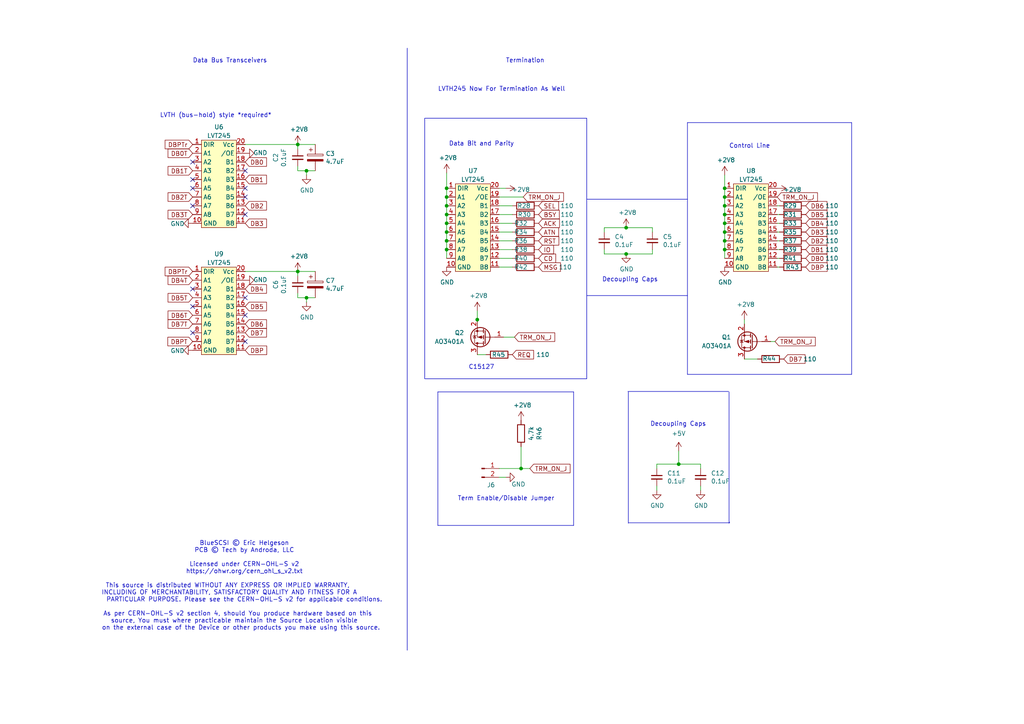
<source format=kicad_sch>
(kicad_sch (version 20231120) (generator "eeschema") (generator_version "8.0")
  (paper "A4")
  (title_block (title "BlueSCSI V2, Desktop 50 Pin, Top Connector, 2023.10a") (date "October 2023") (rev "1") (company "Tech by Androda, LLC"))
  (lib_symbols
    (symbol "Connector:Conn_01x02_Pin" (pin_names (offset 1.016) hide)
      (property "Reference" "J" (at 0 2.54 0))
      (property "Value" "Conn_01x02_Pin" (at 0 -5.08 0))
      (symbol "Conn_01x02_Pin_1_1"
        (polyline (pts (xy 1.27 -2.54) (xy 0.8636 -2.54)) (stroke (width 0.1524)))
        (polyline (pts (xy 1.27 0) (xy 0.8636 0)) (stroke (width 0.1524)))
        (rectangle (start 0.8636 -2.413) (end 0 -2.667) (stroke (width 0.1524)) (fill (type outline)))
        (rectangle (start 0.8636 0.127) (end 0 -0.127) (stroke (width 0.1524)) (fill (type outline)))
        (pin passive line (at 5.08 0 180) (length 3.81) (name "Pin_1") (number "1"))
        (pin passive line (at 5.08 -2.54 180) (length 3.81) (name "Pin_2") (number "2"))
      )
    )
    (symbol "Device:CP" (pin_numbers hide) (pin_names (offset 0.254))
      (property "Reference" "C" (at 0.635 2.54 0))
      (property "Value" "Device_CP" (at 0.635 -2.54 0))
      (symbol "CP_0_1"
        (rectangle (start -2.286 0.508) (end 2.286 1.016))
        (polyline (pts (xy -1.778 2.286) (xy -0.762 2.286)))
        (polyline (pts (xy -1.27 2.794) (xy -1.27 1.778)))
        (rectangle (start 2.286 -0.508) (end -2.286 -1.016) (fill (type outline)))
      )
      (symbol "CP_1_1"
        (pin passive line (at 0 3.81 270) (length 2.794) (name "~") (number "1"))
        (pin passive line (at 0 -3.81 90) (length 2.794) (name "~") (number "2"))
      )
    )
    (symbol "Device:C_Small" (pin_numbers hide) (pin_names (offset 0.254) hide)
      (property "Reference" "C" (at 0.254 1.778 0))
      (property "Value" "C_Small" (at 0.254 -2.032 0))
      (symbol "C_Small_0_1"
        (polyline (pts (xy -1.524 -0.508) (xy 1.524 -0.508)) (stroke (width 0.3302)))
        (polyline (pts (xy -1.524 0.508) (xy 1.524 0.508)) (stroke (width 0.3048)))
      )
      (symbol "C_Small_1_1"
        (pin passive line (at 0 2.54 270) (length 2.032) (name "~") (number "1"))
        (pin passive line (at 0 -2.54 90) (length 2.032) (name "~") (number "2"))
      )
    )
    (symbol "Device:R" (pin_numbers hide) (pin_names (offset 0))
      (property "Reference" "R" (at 2.032 0 90))
      (property "Value" "R" (at 0 0 90))
      (symbol "R_0_1"
        (rectangle (start -1.016 -2.54) (end 1.016 2.54) (stroke (width 0.254)))
      )
      (symbol "R_1_1"
        (pin passive line (at 0 3.81 270) (length 1.27) (name "~") (number "1"))
        (pin passive line (at 0 -3.81 90) (length 1.27) (name "~") (number "2"))
      )
    )
    (symbol "New_Library:LVT245"
      (property "Reference" "U" (at 0 0 0))
      (property "Value" "LVT245" (at 0 2.54 0))
      (symbol "LVT245_0_1"
        (rectangle (start 5.08 -2.54) (end -5.08 -27.94) (fill (type background)))
      )
      (symbol "LVT245_1_1"
        (pin input line (at -7.62 -3.81 0) (length 2.54) (name "DIR") (number "1"))
        (pin input line (at -7.62 -26.67 0) (length 2.54) (name "GND") (number "10"))
        (pin input line (at 7.62 -26.67 180) (length 2.54) (name "B8") (number "11"))
        (pin input line (at 7.62 -24.13 180) (length 2.54) (name "B7") (number "12"))
        (pin input line (at 7.62 -21.59 180) (length 2.54) (name "B6") (number "13"))
        (pin input line (at 7.62 -19.05 180) (length 2.54) (name "B5") (number "14"))
        (pin input line (at 7.62 -16.51 180) (length 2.54) (name "B4") (number "15"))
        (pin input line (at 7.62 -13.97 180) (length 2.54) (name "B3") (number "16"))
        (pin input line (at 7.62 -11.43 180) (length 2.54) (name "B2") (number "17"))
        (pin input line (at 7.62 -8.89 180) (length 2.54) (name "B1") (number "18"))
        (pin input line (at 7.62 -6.35 180) (length 2.54) (name "/OE") (number "19"))
        (pin input line (at -7.62 -6.35 0) (length 2.54) (name "A1") (number "2"))
        (pin input line (at 7.62 -3.81 180) (length 2.54) (name "Vcc") (number "20"))
        (pin input line (at -7.62 -8.89 0) (length 2.54) (name "A2") (number "3"))
        (pin input line (at -7.62 -11.43 0) (length 2.54) (name "A3") (number "4"))
        (pin input line (at -7.62 -13.97 0) (length 2.54) (name "A4") (number "5"))
        (pin input line (at -7.62 -16.51 0) (length 2.54) (name "A5") (number "6"))
        (pin input line (at -7.62 -19.05 0) (length 2.54) (name "A6") (number "7"))
        (pin input line (at -7.62 -21.59 0) (length 2.54) (name "A7") (number "8"))
        (pin input line (at -7.62 -24.13 0) (length 2.54) (name "A8") (number "9"))
      )
    )
    (symbol "Transistor_FET:AO3401A" (pin_names hide)
      (property "Reference" "Q" (at 5.08 1.905 0))
      (property "Value" "AO3401A" (at 5.08 0 0))
      (symbol "AO3401A_0_1"
        (polyline (pts (xy 0.254 0) (xy -2.54 0)))
        (polyline (pts (xy 0.254 1.905) (xy 0.254 -1.905)) (stroke (width 0.254)))
        (polyline (pts (xy 0.762 -1.27) (xy 0.762 -2.286)) (stroke (width 0.254)))
        (polyline (pts (xy 0.762 0.508) (xy 0.762 -0.508)) (stroke (width 0.254)))
        (polyline (pts (xy 0.762 2.286) (xy 0.762 1.27)) (stroke (width 0.254)))
        (polyline (pts (xy 2.54 2.54) (xy 2.54 1.778)))
        (polyline (pts (xy 2.54 -2.54) (xy 2.54 0) (xy 0.762 0)))
        (polyline (pts (xy 0.762 1.778) (xy 3.302 1.778) (xy 3.302 -1.778) (xy 0.762 -1.778)))
        (polyline (pts (xy 2.286 0) (xy 1.27 0.381) (xy 1.27 -0.381) (xy 2.286 0)) (fill (type outline)))
        (polyline (pts (xy 2.794 -0.508) (xy 2.921 -0.381) (xy 3.683 -0.381) (xy 3.81 -0.254)))
        (polyline (pts (xy 3.302 -0.381) (xy 2.921 0.254) (xy 3.683 0.254) (xy 3.302 -0.381)))
        (circle (center 1.651 0) (radius 2.794) (stroke (width 0.254)))
        (circle (center 2.54 -1.778) (radius 0.254) (fill (type outline)))
        (circle (center 2.54 1.778) (radius 0.254) (fill (type outline)))
      )
      (symbol "AO3401A_1_1"
        (pin input line (at -5.08 0 0) (length 2.54) (name "G") (number "1"))
        (pin passive line (at 2.54 -5.08 90) (length 2.54) (name "S") (number "2"))
        (pin passive line (at 2.54 5.08 270) (length 2.54) (name "D") (number "3"))
      )
    )
    (symbol "power:+2V8" (power) (pin_names (offset 0))
      (property "Value" "+2V8" (at 0 3.556 0))
      (symbol "+2V8_0_1"
        (polyline (pts (xy -0.762 1.27) (xy 0 2.54)))
        (polyline (pts (xy 0 0) (xy 0 2.54)))
        (polyline (pts (xy 0 2.54) (xy 0.762 1.27)))
      )
      (symbol "+2V8_1_1"
        (pin power_in line (at 0 0 90) (length 0) hide (name "+2V8") (number "1"))
      )
    )
    (symbol "power:+5V" (power) (pin_numbers hide) (pin_names (offset 0) hide)
      (property "Value" "+5V" (at 0 3.556 0))
      (symbol "+5V_0_1"
        (polyline (pts (xy -0.762 1.27) (xy 0 2.54)))
        (polyline (pts (xy 0 0) (xy 0 2.54)))
        (polyline (pts (xy 0 2.54) (xy 0.762 1.27)))
      )
      (symbol "+5V_1_1"
        (pin power_in line (at 0 0 90) (length 0) (name "~") (number "1"))
      )
    )
    (symbol "power:GND" (power) (pin_names (offset 0))
      (property "Value" "GND" (at 0 -3.81 0))
      (symbol "GND_0_1"
        (polyline (pts (xy 0 0) (xy 0 -1.27) (xy 1.27 -1.27) (xy 0 -2.54) (xy -1.27 -1.27) (xy 0 -1.27)))
      )
      (symbol "GND_1_1"
        (pin power_in line (at 0 0 270) (length 0) hide (name "GND") (number "1"))
      )
    )
  )
  (junction (at 129.54 69.85))
  (junction (at 129.54 54.61))
  (junction (at 129.54 57.15))
  (junction (at 210.185 64.77))
  (junction (at 210.185 72.39))
  (junction (at 129.54 67.31))
  (junction (at 86.36 78.74))
  (junction (at 129.54 64.77))
  (junction (at 129.54 59.69))
  (junction (at 196.85 134.62))
  (junction (at 210.185 57.15))
  (junction (at 210.185 62.23))
  (junction (at 88.9 86.36))
  (junction (at 129.54 62.23))
  (junction (at 88.9 49.53))
  (junction (at 210.185 59.69))
  (junction (at 210.185 69.85))
  (junction (at 181.61 73.66))
  (junction (at 138.43 92.71))
  (junction (at 210.185 67.31))
  (junction (at 129.54 72.39))
  (junction (at 151.13 135.89))
  (junction (at 181.61 66.04))
  (junction (at 210.185 54.61))
  (junction (at 86.36 41.91))
  (no_connect (at 55.88 83.82))
  (no_connect (at 55.88 52.07))
  (no_connect (at 55.88 96.52))
  (no_connect (at 55.88 59.69))
  (no_connect (at 71.12 99.06))
  (no_connect (at 71.12 57.15))
  (no_connect (at 55.88 88.9))
  (no_connect (at 71.12 91.44))
  (no_connect (at 71.12 54.61))
  (no_connect (at 71.12 49.53))
  (no_connect (at 55.88 46.99))
  (no_connect (at 55.88 54.61))
  (no_connect (at 71.12 86.36))
  (no_connect (at 71.12 62.23))
  (wire (pts (xy 210.185 64.77) (xy 210.185 67.31)))
  (wire (pts (xy 215.9 93.98) (xy 215.9 92.71)))
  (polyline (pts (xy 211.582 151.384) (xy 211.582 151.638)))
  (wire (pts (xy 144.78 135.89) (xy 151.13 135.89)))
  (wire (pts (xy 210.185 67.31) (xy 210.185 69.85)))
  (wire (pts (xy 88.9 86.36) (xy 88.9 87.63)))
  (polyline (pts (xy 170.18 85.725) (xy 199.39 85.725)))
  (wire (pts (xy 181.61 66.04) (xy 189.23 66.04)))
  (wire (pts (xy 210.185 50.8) (xy 210.185 54.61)))
  (wire (pts (xy 148.59 67.31) (xy 144.78 67.31)))
  (wire (pts (xy 148.59 74.93) (xy 144.78 74.93)))
  (wire (pts (xy 148.59 69.85) (xy 144.78 69.85)))
  (wire (pts (xy 210.185 72.39) (xy 210.185 74.93)))
  (polyline (pts (xy 118.11 13.97) (xy 118.11 188.595)))
  (wire (pts (xy 71.12 41.91) (xy 86.36 41.91)))
  (polyline (pts (xy 123.19 34.29) (xy 170.18 34.29)))
  (wire (pts (xy 86.36 85.09) (xy 86.36 86.36)))
  (polyline (pts (xy 182.372 151.638) (xy 211.582 151.638)))
  (polyline (pts (xy 182.245 113.665) (xy 182.245 151.765)))
  (wire (pts (xy 189.23 72.39) (xy 189.23 73.66)))
  (polyline (pts (xy 199.39 35.56) (xy 247.015 35.56)))
  (wire (pts (xy 148.59 59.69) (xy 144.78 59.69)))
  (polyline (pts (xy 123.19 109.855) (xy 170.18 109.855)))
  (wire (pts (xy 129.54 64.77) (xy 129.54 67.31)))
  (wire (pts (xy 144.78 138.43) (xy 146.685 138.43)))
  (wire (pts (xy 71.12 78.74) (xy 86.36 78.74)))
  (wire (pts (xy 86.36 78.74) (xy 86.36 80.01)))
  (wire (pts (xy 86.36 48.26) (xy 86.36 49.53)))
  (wire (pts (xy 226.06 67.31) (xy 225.425 67.31)))
  (wire (pts (xy 190.5 134.62) (xy 196.85 134.62)))
  (polyline (pts (xy 170.18 109.855) (xy 170.18 34.29)))
  (wire (pts (xy 144.78 57.15) (xy 151.765 57.15)))
  (wire (pts (xy 175.26 73.66) (xy 181.61 73.66)))
  (wire (pts (xy 129.54 59.69) (xy 129.54 62.23)))
  (wire (pts (xy 148.59 64.77) (xy 144.78 64.77)))
  (wire (pts (xy 86.36 41.91) (xy 91.44 41.91)))
  (wire (pts (xy 129.54 72.39) (xy 129.54 74.93)))
  (polyline (pts (xy 127 113.665) (xy 127 152.4)))
  (wire (pts (xy 226.06 72.39) (xy 225.425 72.39)))
  (wire (pts (xy 226.06 77.47) (xy 225.425 77.47)))
  (wire (pts (xy 196.85 134.62) (xy 203.2 134.62)))
  (wire (pts (xy 203.2 140.97) (xy 203.2 142.24)))
  (polyline (pts (xy 211.455 113.665) (xy 211.455 151.765)))
  (wire (pts (xy 86.36 78.74) (xy 91.44 78.74)))
  (polyline (pts (xy 166.37 152.4) (xy 166.37 113.665)))
  (polyline (pts (xy 170.18 57.785) (xy 199.39 57.785)))
  (wire (pts (xy 88.9 49.53) (xy 88.9 50.8)))
  (wire (pts (xy 175.26 66.04) (xy 175.26 67.31)))
  (wire (pts (xy 210.185 62.23) (xy 210.185 64.77)))
  (wire (pts (xy 138.43 90.17) (xy 138.43 92.71)))
  (wire (pts (xy 129.54 62.23) (xy 129.54 64.77)))
  (wire (pts (xy 196.85 130.81) (xy 196.85 134.62)))
  (wire (pts (xy 129.54 50.165) (xy 129.54 54.61)))
  (wire (pts (xy 210.185 59.69) (xy 210.185 62.23)))
  (wire (pts (xy 210.185 54.61) (xy 210.185 57.15)))
  (wire (pts (xy 226.06 59.69) (xy 225.425 59.69)))
  (polyline (pts (xy 247.015 108.585) (xy 247.015 35.56)))
  (wire (pts (xy 226.06 69.85) (xy 225.425 69.85)))
  (wire (pts (xy 88.9 49.53) (xy 91.44 49.53)))
  (wire (pts (xy 140.97 102.87) (xy 138.43 102.87)))
  (wire (pts (xy 226.06 62.23) (xy 225.425 62.23)))
  (wire (pts (xy 148.59 62.23) (xy 144.78 62.23)))
  (wire (pts (xy 129.54 69.85) (xy 129.54 72.39)))
  (polyline (pts (xy 199.39 108.585) (xy 247.015 108.585)))
  (wire (pts (xy 86.36 41.91) (xy 86.36 43.18)))
  (wire (pts (xy 175.26 72.39) (xy 175.26 73.66)))
  (polyline (pts (xy 123.19 34.29) (xy 123.19 109.855)))
  (wire (pts (xy 210.185 57.15) (xy 210.185 59.69)))
  (wire (pts (xy 86.36 49.53) (xy 88.9 49.53)))
  (wire (pts (xy 129.54 54.61) (xy 129.54 57.15)))
  (wire (pts (xy 219.71 104.14) (xy 215.9 104.14)))
  (wire (pts (xy 210.185 69.85) (xy 210.185 72.39)))
  (wire (pts (xy 190.5 135.89) (xy 190.5 134.62)))
  (wire (pts (xy 129.54 57.15) (xy 129.54 59.69)))
  (wire (pts (xy 175.26 66.04) (xy 181.61 66.04)))
  (polyline (pts (xy 182.118 113.538) (xy 211.328 113.538)))
  (wire (pts (xy 189.23 73.66) (xy 181.61 73.66)))
  (wire (pts (xy 129.54 67.31) (xy 129.54 69.85)))
  (wire (pts (xy 138.43 92.71) (xy 138.43 93.98)))
  (polyline (pts (xy 127 113.665) (xy 166.37 113.665)))
  (wire (pts (xy 144.78 54.61) (xy 146.685 54.61)))
  (wire (pts (xy 151.13 135.89) (xy 153.67 135.89)))
  (polyline (pts (xy 127 152.4) (xy 166.37 152.4)))
  (polyline (pts (xy 199.39 35.56) (xy 199.39 108.585)))
  (wire (pts (xy 146.05 97.79) (xy 149.225 97.79)))
  (wire (pts (xy 226.06 74.93) (xy 225.425 74.93)))
  (wire (pts (xy 88.9 86.36) (xy 91.44 86.36)))
  (wire (pts (xy 190.5 140.97) (xy 190.5 142.24)))
  (wire (pts (xy 151.13 129.54) (xy 151.13 135.89)))
  (wire (pts (xy 223.52 99.06) (xy 224.79 99.06)))
  (wire (pts (xy 189.23 66.04) (xy 189.23 67.31)))
  (wire (pts (xy 226.06 64.77) (xy 225.425 64.77)))
  (wire (pts (xy 203.2 134.62) (xy 203.2 135.89)))
  (wire (pts (xy 86.36 86.36) (xy 88.9 86.36)))
  (wire (pts (xy 148.59 77.47) (xy 144.78 77.47)))
  (wire (pts (xy 148.59 72.39) (xy 144.78 72.39)))
  (text "Data Bus Transceivers" (at 55.88 18.415 0) (effects (font (size 1.27 1.27)) (justify left bottom)))
  (text "C15127" (at 135.89 107.315 0) (effects (font (size 1.27 1.27)) (justify left bottom)))
  (text "Control Line" (at 211.455 43.18 0) (effects (font (size 1.27 1.27)) (justify left bottom)))
  (text "Decoupling Caps" (at 188.595 123.825 0) (effects (font (size 1.27 1.27)) (justify left bottom)))
  (text "Data Bit and Parity" (at 130.175 42.545 0) (effects (font (size 1.27 1.27)) (justify left bottom)))
  (text "Termination" (at 146.685 18.415 0) (effects (font (size 1.27 1.27)) (justify left bottom)))
  (text "Term Enable/Disable Jumper" (at 132.715 145.415 0) (effects (font (size 1.27 1.27)) (justify left bottom)))
  (text "Decoupling Caps" (at 174.625 81.915 0) (effects (font (size 1.27 1.27)) (justify left bottom)))
  (text "LVTH245 Now For Termination As Well" (at 127 26.67 0) (effects (font (size 1.27 1.27)) (justify left bottom)))
  (text "LVTH (bus-hold) style *required*" (at 46.355 34.29 0) (effects (font (size 1.27 1.27)) (justify left bottom)))
  (text "BlueSCSI © Eric Helgeson\nPCB © Tech by Androda, LLC\n\nLicensed under CERN-OHL-S v2\nhttps://ohwr.org/cern_ohl_s_v2.txt\n\nThis source is distributed WITHOUT ANY EXPRESS OR IMPLIED WARRANTY,          \nINCLUDING OF MERCHANTABILITY, SATISFACTORY QUALITY AND FITNESS FOR A         \nPARTICULAR PURPOSE. Please see the CERN-OHL-S v2 for applicable conditions.\n\nAs per CERN-OHL-S v2 section 4, should You produce hardware based on this    \nsource, You must where practicable maintain the Source Location visible      \non the external case of the Device or other products you make using this source.  \n" (at 70.866 169.926 0) (effects (font (size 1.27 1.27))))
  (global_label "DB3T" (shape input) (at 55.88 62.23 180) (property "Intersheetrefs" "${INTERSHEET_REFS}" (effects (hide yes))))
  (global_label "TRM_ON_J" (shape input) (at 153.67 135.89 0) (property "Intersheetrefs" "${INTERSHEET_REFS}" (effects (hide yes))))
  (global_label "DB1" (shape input) (at 233.68 72.39 0) (property "Intersheetrefs" "${INTERSHEET_REFS}" (effects (hide yes))))
  (global_label "TRM_ON_J" (shape input) (at 225.425 57.15 0) (property "Intersheetrefs" "${INTERSHEET_REFS}" (effects (hide yes))))
  (global_label "DBPTr" (shape input) (at 55.88 78.74 180) (property "Intersheetrefs" "${INTERSHEET_REFS}" (effects (hide yes))))
  (global_label "DB7" (shape input) (at 71.12 96.52 0) (property "Intersheetrefs" "${INTERSHEET_REFS}" (effects (hide yes))))
  (global_label "DBPTr" (shape input) (at 55.88 41.91 180) (property "Intersheetrefs" "${INTERSHEET_REFS}" (effects (hide yes))))
  (global_label "DB5T" (shape input) (at 55.88 86.36 180) (property "Intersheetrefs" "${INTERSHEET_REFS}" (effects (hide yes))))
  (global_label "DB2" (shape input) (at 71.12 59.69 0) (property "Intersheetrefs" "${INTERSHEET_REFS}" (effects (hide yes))))
  (global_label "CD" (shape input) (at 156.21 74.93 0) (property "Intersheetrefs" "${INTERSHEET_REFS}" (effects (hide yes))))
  (global_label "TRM_ON_J" (shape input) (at 149.225 97.79 0) (property "Intersheetrefs" "${INTERSHEET_REFS}" (effects (hide yes))))
  (global_label "DBP" (shape input) (at 233.68 77.47 0) (property "Intersheetrefs" "${INTERSHEET_REFS}" (effects (hide yes))))
  (global_label "DB6T" (shape input) (at 55.88 91.44 180) (property "Intersheetrefs" "${INTERSHEET_REFS}" (effects (hide yes))))
  (global_label "DB7T" (shape input) (at 55.88 93.98 180) (property "Intersheetrefs" "${INTERSHEET_REFS}" (effects (hide yes))))
  (global_label "DB0T" (shape input) (at 55.88 44.45 180) (property "Intersheetrefs" "${INTERSHEET_REFS}" (effects (hide yes))))
  (global_label "DB0" (shape input) (at 71.12 46.99 0) (property "Intersheetrefs" "${INTERSHEET_REFS}" (effects (hide yes))))
  (global_label "DB7" (shape input) (at 227.33 104.14 0) (property "Intersheetrefs" "${INTERSHEET_REFS}" (effects (hide yes))))
  (global_label "ATN" (shape input) (at 156.21 67.31 0) (property "Intersheetrefs" "${INTERSHEET_REFS}" (effects (hide yes))))
  (global_label "RST" (shape input) (at 156.21 69.85 0) (property "Intersheetrefs" "${INTERSHEET_REFS}" (effects (hide yes))))
  (global_label "DB3" (shape input) (at 71.12 64.77 0) (property "Intersheetrefs" "${INTERSHEET_REFS}" (effects (hide yes))))
  (global_label "DB5" (shape input) (at 71.12 88.9 0) (property "Intersheetrefs" "${INTERSHEET_REFS}" (effects (hide yes))))
  (global_label "TRM_ON_J" (shape input) (at 224.79 99.06 0) (property "Intersheetrefs" "${INTERSHEET_REFS}" (effects (hide yes))))
  (global_label "ACK" (shape input) (at 156.21 64.77 0) (property "Intersheetrefs" "${INTERSHEET_REFS}" (effects (hide yes))))
  (global_label "DB2T" (shape input) (at 55.88 57.15 180) (property "Intersheetrefs" "${INTERSHEET_REFS}" (effects (hide yes))))
  (global_label "MSG" (shape input) (at 156.21 77.47 0) (property "Intersheetrefs" "${INTERSHEET_REFS}" (effects (hide yes))))
  (global_label "REQ" (shape input) (at 148.59 102.87 0) (property "Intersheetrefs" "${INTERSHEET_REFS}" (effects (hide yes))))
  (global_label "IO" (shape input) (at 156.21 72.39 0) (property "Intersheetrefs" "${INTERSHEET_REFS}" (effects (hide yes))))
  (global_label "DB5" (shape input) (at 233.68 62.23 0) (property "Intersheetrefs" "${INTERSHEET_REFS}" (effects (hide yes))))
  (global_label "DB0" (shape input) (at 233.68 74.93 0) (property "Intersheetrefs" "${INTERSHEET_REFS}" (effects (hide yes))))
  (global_label "DB1T" (shape input) (at 55.88 49.53 180) (property "Intersheetrefs" "${INTERSHEET_REFS}" (effects (hide yes))))
  (global_label "DB6" (shape input) (at 233.68 59.69 0) (property "Intersheetrefs" "${INTERSHEET_REFS}" (effects (hide yes))))
  (global_label "DB3" (shape input) (at 233.68 67.31 0) (property "Intersheetrefs" "${INTERSHEET_REFS}" (effects (hide yes))))
  (global_label "DBPT" (shape input) (at 55.88 99.06 180) (property "Intersheetrefs" "${INTERSHEET_REFS}" (effects (hide yes))))
  (global_label "TRM_ON_J" (shape input) (at 151.765 57.15 0) (property "Intersheetrefs" "${INTERSHEET_REFS}" (effects (hide yes))))
  (global_label "SEL" (shape input) (at 156.21 59.69 0) (property "Intersheetrefs" "${INTERSHEET_REFS}" (effects (hide yes))))
  (global_label "DB4" (shape input) (at 71.12 83.82 0) (property "Intersheetrefs" "${INTERSHEET_REFS}" (effects (hide yes))))
  (global_label "DB2" (shape input) (at 233.68 69.85 0) (property "Intersheetrefs" "${INTERSHEET_REFS}" (effects (hide yes))))
  (global_label "DB6" (shape input) (at 71.12 93.98 0) (property "Intersheetrefs" "${INTERSHEET_REFS}" (effects (hide yes))))
  (global_label "BSY" (shape input) (at 156.21 62.23 0) (property "Intersheetrefs" "${INTERSHEET_REFS}" (effects (hide yes))))
  (global_label "DB4T" (shape input) (at 55.88 81.28 180) (property "Intersheetrefs" "${INTERSHEET_REFS}" (effects (hide yes))))
  (global_label "DBP" (shape input) (at 71.12 101.6 0) (property "Intersheetrefs" "${INTERSHEET_REFS}" (effects (hide yes))))
  (global_label "DB4" (shape input) (at 233.68 64.77 0) (property "Intersheetrefs" "${INTERSHEET_REFS}" (effects (hide yes))))
  (global_label "DB1" (shape input) (at 71.12 52.07 0) (property "Intersheetrefs" "${INTERSHEET_REFS}" (effects (hide yes))))
  (symbol (lib_id "power:GND") (at 146.685 138.43 90) (unit 1)
    (property "Reference" "#PWR065" (effects (hide yes)))
    (property "Value" "GND" (at 150.368 140.462 90))
  )
  (symbol (lib_id "New_Library:LVT245") (at 217.805 50.8 0) (unit 1)
    (property "Reference" "U8" (at 217.805 49.53 0))
    (property "Value" "LVT245" (at 217.805 52.07 0))
    (property "Footprint" "Package_SO:TSSOP-20_4.4x6.5mm_P0.65mm" (effects (hide yes)))
    (property "LCSC" "C74214" (effects (hide yes)))
  )
  (symbol (lib_id "New_Library:LVT245") (at 137.16 50.8 0) (unit 1)
    (property "Reference" "U7" (at 137.16 49.53 0))
    (property "Value" "LVT245" (at 137.16 52.07 0))
    (property "Footprint" "Package_SO:TSSOP-20_4.4x6.5mm_P0.65mm" (effects (hide yes)))
    (property "LCSC" "C74214" (effects (hide yes)))
  )
  (symbol (lib_id "power:GND") (at 181.61 73.66 0) (unit 1)
    (property "Reference" "#PWR052" (effects (hide yes)))
    (property "Value" "GND" (at 181.737 78.0542 0))
  )
  (symbol (lib_id "power:+2V8") (at 225.425 54.61 270) (unit 1)
    (property "Reference" "#PWR048" (effects (hide yes)))
    (property "Value" "+2V8" (at 229.8192 54.991 90))
  )
  (symbol (lib_id "New_Library:LVT245") (at 63.5 38.1 0) (unit 1)
    (property "Reference" "U6" (at 63.5 36.83 0))
    (property "Value" "LVT245" (at 63.5 39.37 0))
    (property "Footprint" "Package_SO:TSSOP-20_4.4x6.5mm_P0.65mm" (effects (hide yes)))
    (property "LCSC" "C74214" (effects (hide yes)))
  )
  (symbol (lib_id "Device:C_Small") (at 86.36 45.72 0) (unit 1)
    (property "Reference" "C2" (at 79.9592 45.72 90))
    (property "Value" "0.1uF" (at 82.2706 45.72 90))
    (property "Footprint" "Capacitor_SMD:C_0402_1005Metric" (effects (hide yes)))
    (property "Description" "Unpolarized capacitor, small symbol" (effects (hide yes)))
    (property "LCSC" "C307331" (effects (hide yes)))
  )
  (symbol (lib_id "Device:C_Small") (at 190.5 138.43 0) (unit 1)
    (property "Reference" "C11" (at 193.4972 137.2616 0) (effects (justify left)))
    (property "Value" "0.1uF" (at 193.4972 139.573 0) (effects (justify left)))
    (property "Footprint" "Capacitor_SMD:C_0402_1005Metric" (effects (hide yes)))
    (property "Description" "Unpolarized capacitor, small symbol" (effects (hide yes)))
    (property "LCSC" "C307331" (effects (hide yes)))
  )
  (symbol (lib_id "Device:R") (at 229.87 69.85 90) (mirror x) (unit 1)
    (property "Reference" "R37" (at 231.14 69.85 90) (effects (justify left)))
    (property "Value" "110" (at 243.205 69.85 90) (effects (justify left)))
    (property "Footprint" "Resistor_SMD:R_0603_1608Metric" (effects (hide yes)))
    (property "LCSC" "C22781" (effects (hide yes)))
  )
  (symbol (lib_id "power:+2V8") (at 151.13 121.92 0) (unit 1)
    (property "Reference" "#PWR061" (effects (hide yes)))
    (property "Value" "+2V8" (at 151.511 117.5258 0))
  )
  (symbol (lib_id "power:GND") (at 190.5 142.24 0) (unit 1)
    (property "Reference" "#PWR070" (effects (hide yes)))
    (property "Value" "GND" (at 190.627 146.6342 0))
  )
  (symbol (lib_id "Transistor_FET:AO3401A") (at 140.97 97.79 180) (unit 1)
    (property "Reference" "Q2" (at 134.62 96.5199 0) (effects (justify left)))
    (property "Value" "AO3401A" (at 134.62 99.0599 0) (effects (justify left)))
    (property "Footprint" "Package_TO_SOT_SMD:SOT-23" (effects (hide yes)))
    (property "Datasheet" "http://www.aosmd.com/pdfs/datasheet/AO3401A.pdf" (effects (hide yes)))
    (property "LCSC" "C15127" (effects (hide yes)))
  )
  (symbol (lib_id "power:GND") (at 55.88 101.6 270) (unit 1)
    (property "Reference" "#PWR060" (effects (hide yes)))
    (property "Value" "GND" (at 51.4858 101.727 90))
  )
  (symbol (lib_id "power:GND") (at 88.9 50.8 0) (unit 1)
    (property "Reference" "#PWR049" (effects (hide yes)))
    (property "Value" "GND" (at 89.027 55.1942 0))
  )
  (symbol (lib_id "Device:R") (at 229.87 59.69 90) (unit 1)
    (property "Reference" "R29" (at 231.14 59.69 90) (effects (justify left)))
    (property "Value" "110" (at 243.205 59.69 90) (effects (justify left)))
    (property "Footprint" "Resistor_SMD:R_0603_1608Metric" (effects (hide yes)))
    (property "LCSC" "C22781" (effects (hide yes)))
  )
  (symbol (lib_id "Device:R") (at 152.4 77.47 90) (unit 1)
    (property "Reference" "R42" (at 153.035 77.47 90) (effects (justify left)))
    (property "Value" "110" (at 165.862 77.47 90) (effects (justify left)))
    (property "Footprint" "Resistor_SMD:R_0603_1608Metric" (effects (hide yes)))
    (property "LCSC" "C22781" (effects (hide yes)))
  )
  (symbol (lib_id "Device:R") (at 152.4 69.85 90) (mirror x) (unit 1)
    (property "Reference" "R36" (at 153.035 69.85 90) (effects (justify left)))
    (property "Value" "110" (at 166.37 69.85 90) (effects (justify left)))
    (property "Footprint" "Resistor_SMD:R_0603_1608Metric" (effects (hide yes)))
    (property "LCSC" "C22781" (effects (hide yes)))
  )
  (symbol (lib_id "Device:C_Small") (at 203.2 138.43 0) (unit 1)
    (property "Reference" "C12" (at 206.1972 137.2616 0) (effects (justify left)))
    (property "Value" "0.1uF" (at 206.1972 139.573 0) (effects (justify left)))
    (property "Footprint" "Capacitor_SMD:C_0402_1005Metric" (effects (hide yes)))
    (property "Description" "Unpolarized capacitor, small symbol" (effects (hide yes)))
    (property "LCSC" "C307331" (effects (hide yes)))
  )
  (symbol (lib_id "power:GND") (at 88.9 87.63 0) (unit 1)
    (property "Reference" "#PWR058" (effects (hide yes)))
    (property "Value" "GND" (at 89.027 92.0242 0))
  )
  (symbol (lib_id "Device:R") (at 151.13 125.73 180) (unit 1)
    (property "Reference" "R46" (at 156.3878 125.73 90))
    (property "Value" "4.7k" (at 154.0764 125.73 90))
    (property "Footprint" "Resistor_SMD:R_0402_1005Metric" (effects (hide yes)))
    (property "LCSC" "C25900" (effects (hide yes)))
  )
  (symbol (lib_id "power:GND") (at 129.54 77.47 0) (unit 1)
    (property "Reference" "#PWR053" (effects (hide yes)))
    (property "Value" "GND" (at 129.667 81.8642 0))
  )
  (symbol (lib_id "power:+2V8") (at 138.43 90.17 0) (unit 1)
    (property "Reference" "#PWR059" (effects (hide yes)))
    (property "Value" "+2V8" (at 138.811 85.7758 0))
  )
  (symbol (lib_id "power:+2V8") (at 129.54 50.165 0) (unit 1)
    (property "Reference" "#PWR044" (effects (hide yes)))
    (property "Value" "+2V8" (at 129.921 45.7708 0))
  )
  (symbol (lib_id "Device:CP") (at 91.44 45.72 0) (unit 1)
    (property "Reference" "C3" (at 94.4372 44.5516 0) (effects (justify left)))
    (property "Value" "4.7uF" (at 94.4372 46.863 0) (effects (justify left)))
    (property "Footprint" "Capacitor_SMD:C_0402_1005Metric" (effects (hide yes)))
    (property "LCSC" "C23733" (effects (hide yes)))
  )
  (symbol (lib_id "Device:R") (at 152.4 74.93 90) (unit 1)
    (property "Reference" "R40" (at 153.035 74.93 90) (effects (justify left)))
    (property "Value" "110" (at 166.37 74.93 90) (effects (justify left)))
    (property "Footprint" "Resistor_SMD:R_0603_1608Metric" (effects (hide yes)))
    (property "LCSC" "C22781" (effects (hide yes)))
  )
  (symbol (lib_id "power:GND") (at 210.185 77.47 0) (unit 1)
    (property "Reference" "#PWR054" (effects (hide yes)))
    (property "Value" "GND" (at 210.312 81.8642 0))
  )
  (symbol (lib_id "power:+2V8") (at 86.36 78.74 0) (unit 1)
    (property "Reference" "#PWR055" (effects (hide yes)))
    (property "Value" "+2V8" (at 86.741 74.3458 0))
  )
  (symbol (lib_id "Device:R") (at 229.87 62.23 90) (unit 1)
    (property "Reference" "R31" (at 231.14 62.23 90) (effects (justify left)))
    (property "Value" "110" (at 243.205 62.23 90) (effects (justify left)))
    (property "Footprint" "Resistor_SMD:R_0603_1608Metric" (effects (hide yes)))
    (property "LCSC" "C22781" (effects (hide yes)))
  )
  (symbol (lib_id "power:+2V8") (at 210.185 50.8 0) (unit 1)
    (property "Reference" "#PWR046" (effects (hide yes)))
    (property "Value" "+2V8" (at 210.566 46.4058 0))
  )
  (symbol (lib_id "Device:C_Small") (at 175.26 69.85 0) (unit 1)
    (property "Reference" "C4" (at 178.2572 68.6816 0) (effects (justify left)))
    (property "Value" "0.1uF" (at 178.2572 70.993 0) (effects (justify left)))
    (property "Footprint" "Capacitor_SMD:C_0402_1005Metric" (effects (hide yes)))
    (property "Description" "Unpolarized capacitor, small symbol" (effects (hide yes)))
    (property "LCSC" "C307331" (effects (hide yes)))
  )
  (symbol (lib_id "Transistor_FET:AO3401A") (at 218.44 99.06 180) (unit 1)
    (property "Reference" "Q1" (at 212.09 97.7899 0) (effects (justify left)))
    (property "Value" "AO3401A" (at 212.09 100.3299 0) (effects (justify left)))
    (property "Footprint" "Package_TO_SOT_SMD:SOT-23" (effects (hide yes)))
    (property "Datasheet" "http://www.aosmd.com/pdfs/datasheet/AO3401A.pdf" (effects (hide yes)))
    (property "LCSC" "C15127" (effects (hide yes)))
  )
  (symbol (lib_id "power:+2V8") (at 215.9 92.71 0) (unit 1)
    (property "Reference" "#PWR057" (effects (hide yes)))
    (property "Value" "+2V8" (at 216.281 88.3158 0))
  )
  (symbol (lib_id "Device:R") (at 144.78 102.87 90) (unit 1)
    (property "Reference" "R45" (at 146.558 102.87 90) (effects (justify left)))
    (property "Value" "110" (at 159.385 102.87 90) (effects (justify left)))
    (property "Footprint" "Resistor_SMD:R_0603_1608Metric" (effects (hide yes)))
    (property "LCSC" "C22781" (effects (hide yes)))
  )
  (symbol (lib_id "Device:C_Small") (at 189.23 69.85 0) (unit 1)
    (property "Reference" "C5" (at 192.2272 68.6816 0) (effects (justify left)))
    (property "Value" "0.1uF" (at 192.2272 70.993 0) (effects (justify left)))
    (property "Footprint" "Capacitor_SMD:C_0402_1005Metric" (effects (hide yes)))
    (property "Description" "Unpolarized capacitor, small symbol" (effects (hide yes)))
    (property "LCSC" "C307331" (effects (hide yes)))
  )
  (symbol (lib_id "Device:R") (at 229.87 72.39 90) (mirror x) (unit 1)
    (property "Reference" "R39" (at 231.14 72.39 90) (effects (justify left)))
    (property "Value" "110" (at 243.205 72.39 90) (effects (justify left)))
    (property "Footprint" "Resistor_SMD:R_0603_1608Metric" (effects (hide yes)))
    (property "LCSC" "C22781" (effects (hide yes)))
  )
  (symbol (lib_id "Device:R") (at 152.4 64.77 90) (unit 1)
    (property "Reference" "R32" (at 153.035 64.77 90) (effects (justify left)))
    (property "Value" "110" (at 166.37 64.77 90) (effects (justify left)))
    (property "Footprint" "Resistor_SMD:R_0603_1608Metric" (effects (hide yes)))
    (property "LCSC" "C22781" (effects (hide yes)))
  )
  (symbol (lib_id "power:GND") (at 203.2 142.24 0) (unit 1)
    (property "Reference" "#PWR071" (effects (hide yes)))
    (property "Value" "GND" (at 203.327 146.6342 0))
  )
  (symbol (lib_id "Device:R") (at 152.4 59.69 90) (unit 1)
    (property "Reference" "R28" (at 153.924 59.69 90) (effects (justify left)))
    (property "Value" "110" (at 166.37 59.69 90) (effects (justify left)))
    (property "Footprint" "Resistor_SMD:R_0603_1608Metric" (effects (hide yes)))
    (property "LCSC" "C22781" (effects (hide yes)))
  )
  (symbol (lib_id "power:GND") (at 71.12 81.28 90) (unit 1)
    (property "Reference" "#PWR056" (effects (hide yes)))
    (property "Value" "GND" (at 75.5142 81.153 90))
  )
  (symbol (lib_id "Device:R") (at 223.52 104.14 90) (unit 1)
    (property "Reference" "R44" (at 225.044 104.013 90) (effects (justify left)))
    (property "Value" "110" (at 236.855 104.14 90) (effects (justify left)))
    (property "Footprint" "Resistor_SMD:R_0603_1608Metric" (effects (hide yes)))
    (property "LCSC" "C22781" (effects (hide yes)))
  )
  (symbol (lib_id "Device:R") (at 152.4 62.23 90) (unit 1)
    (property "Reference" "R30" (at 154.051 62.23 90) (effects (justify left)))
    (property "Value" "110" (at 166.37 62.23 90) (effects (justify left)))
    (property "Footprint" "Resistor_SMD:R_0603_1608Metric" (effects (hide yes)))
    (property "LCSC" "C22781" (effects (hide yes)))
  )
  (symbol (lib_id "Device:CP") (at 91.44 82.55 0) (unit 1)
    (property "Reference" "C7" (at 94.4372 81.3816 0) (effects (justify left)))
    (property "Value" "4.7uF" (at 94.4372 83.693 0) (effects (justify left)))
    (property "Footprint" "Capacitor_SMD:C_0402_1005Metric" (effects (hide yes)))
    (property "LCSC" "C23733" (effects (hide yes)))
  )
  (symbol (lib_id "Device:C_Small") (at 86.36 82.55 0) (unit 1)
    (property "Reference" "C6" (at 79.9592 82.55 90))
    (property "Value" "0.1uF" (at 82.2706 82.55 90))
    (property "Footprint" "Capacitor_SMD:C_0402_1005Metric" (effects (hide yes)))
    (property "Description" "Unpolarized capacitor, small symbol" (effects (hide yes)))
    (property "LCSC" "C307331" (effects (hide yes)))
  )
  (symbol (lib_id "Device:R") (at 229.87 74.93 90) (mirror x) (unit 1)
    (property "Reference" "R41" (at 231.14 74.93 90) (effects (justify left)))
    (property "Value" "110" (at 243.205 74.93 90) (effects (justify left)))
    (property "Footprint" "Resistor_SMD:R_0603_1608Metric" (effects (hide yes)))
    (property "LCSC" "C22781" (effects (hide yes)))
  )
  (symbol (lib_id "Device:R") (at 229.87 77.47 90) (mirror x) (unit 1)
    (property "Reference" "R43" (at 231.775 77.47 90) (effects (justify left)))
    (property "Value" "110" (at 243.205 77.47 90) (effects (justify left)))
    (property "Footprint" "Resistor_SMD:R_0603_1608Metric" (effects (hide yes)))
    (property "LCSC" "C22781" (effects (hide yes)))
  )
  (symbol (lib_id "New_Library:LVT245") (at 63.5 74.93 0) (unit 1)
    (property "Reference" "U9" (at 63.5 73.66 0))
    (property "Value" "LVT245" (at 63.5 76.2 0))
    (property "Footprint" "Package_SO:TSSOP-20_4.4x6.5mm_P0.65mm" (effects (hide yes)))
    (property "LCSC" "C74214" (effects (hide yes)))
  )
  (symbol (lib_id "power:GND") (at 71.12 44.45 90) (unit 1)
    (property "Reference" "#PWR045" (effects (hide yes)))
    (property "Value" "GND" (at 75.5142 44.323 90))
  )
  (symbol (lib_id "power:+5V") (at 196.85 130.81 0) (unit 1)
    (property "Reference" "#PWR021" (effects (hide yes)))
    (property "Value" "+5V" (at 196.85 125.73 0))
    (property "Description" "Power symbol creates a global label with name \"+5V\"" (effects (hide yes)))
  )
  (symbol (lib_id "power:+2V8") (at 146.685 54.61 270) (unit 1)
    (property "Reference" "#PWR047" (effects (hide yes)))
    (property "Value" "+2V8" (at 151.0792 54.991 90))
  )
  (symbol (lib_id "power:+2V8") (at 181.61 66.04 0) (unit 1)
    (property "Reference" "#PWR050" (effects (hide yes)))
    (property "Value" "+2V8" (at 181.991 61.6458 0))
  )
  (symbol (lib_id "Device:R") (at 229.87 67.31 90) (unit 1)
    (property "Reference" "R35" (at 231.14 67.31 90) (effects (justify left)))
    (property "Value" "110" (at 243.205 67.31 90) (effects (justify left)))
    (property "Footprint" "Resistor_SMD:R_0603_1608Metric" (effects (hide yes)))
    (property "LCSC" "C22781" (effects (hide yes)))
  )
  (symbol (lib_id "Connector:Conn_01x02_Pin") (at 139.7 135.89 0) (unit 1)
    (property "Reference" "J6" (at 143.6116 140.6652 0) (effects (justify right)))
    (property "Value" "Conn_01x03_Male" (effects (hide yes)))
    (property "Footprint" "Jumper:SolderJumper-2_P1.3mm_Bridged_RoundedPad1.0x1.5mm" (effects (hide yes)))
    (property "Description" "Generic connector, single row, 01x02, script generated" (effects (hide yes)))
    (property "LCSC" "--" (effects (hide yes)))
  )
  (symbol (lib_id "Device:R") (at 229.87 64.77 90) (unit 1)
    (property "Reference" "R33" (at 231.14 64.77 90) (effects (justify left)))
    (property "Value" "110" (at 243.205 64.77 90) (effects (justify left)))
    (property "Footprint" "Resistor_SMD:R_0603_1608Metric" (effects (hide yes)))
    (property "LCSC" "C22781" (effects (hide yes)))
  )
  (symbol (lib_id "Device:R") (at 152.4 67.31 90) (unit 1)
    (property "Reference" "R34" (at 153.035 67.31 90) (effects (justify left)))
    (property "Value" "110" (at 166.37 67.31 90) (effects (justify left)))
    (property "Footprint" "Resistor_SMD:R_0603_1608Metric" (effects (hide yes)))
    (property "LCSC" "C22781" (effects (hide yes)))
  )
  (symbol (lib_id "Device:R") (at 152.4 72.39 90) (mirror x) (unit 1)
    (property "Reference" "R38" (at 153.035 72.39 90) (effects (justify left)))
    (property "Value" "110" (at 166.37 72.39 90) (effects (justify left)))
    (property "Footprint" "Resistor_SMD:R_0603_1608Metric" (effects (hide yes)))
    (property "LCSC" "C22781" (effects (hide yes)))
  )
  (symbol (lib_id "power:+2V8") (at 86.36 41.91 0) (unit 1)
    (property "Reference" "#PWR043" (effects (hide yes)))
    (property "Value" "+2V8" (at 86.741 37.5158 0))
  )
  (symbol (lib_id "power:GND") (at 55.88 64.77 270) (unit 1)
    (property "Reference" "#PWR051" (effects (hide yes)))
    (property "Value" "GND" (at 51.4858 64.897 90))
  )
)
</source>
